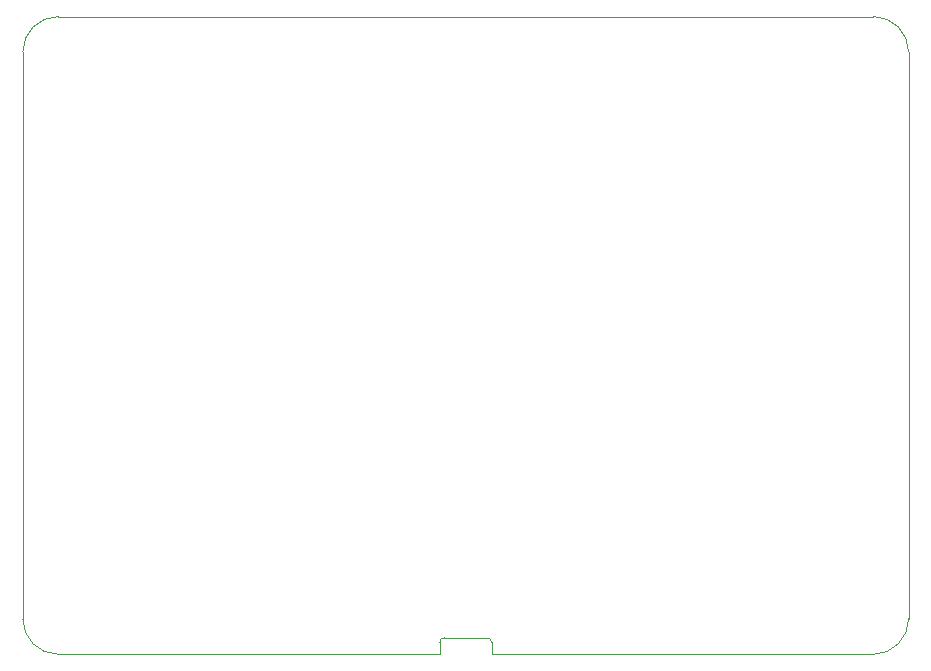
<source format=gbr>
%TF.GenerationSoftware,KiCad,Pcbnew,(6.0.9-0)*%
%TF.CreationDate,2024-03-23T13:07:17+01:00*%
%TF.ProjectId,io-board,696f2d62-6f61-4726-942e-6b696361645f,rev?*%
%TF.SameCoordinates,Original*%
%TF.FileFunction,Profile,NP*%
%FSLAX46Y46*%
G04 Gerber Fmt 4.6, Leading zero omitted, Abs format (unit mm)*
G04 Created by KiCad (PCBNEW (6.0.9-0)) date 2024-03-23 13:07:17*
%MOMM*%
%LPD*%
G01*
G04 APERTURE LIST*
%TA.AperFunction,Profile*%
%ADD10C,0.100000*%
%TD*%
%TA.AperFunction,Profile*%
%ADD11C,0.120000*%
%TD*%
G04 APERTURE END LIST*
D10*
X60000000Y-111000000D02*
G75*
G03*
X63000000Y-114000000I3000000J0D01*
G01*
X60000000Y-111000000D02*
X60000000Y-63000000D01*
X135000000Y-63000000D02*
G75*
G03*
X132000000Y-60000000I-3000000J0D01*
G01*
X104000000Y-114000000D02*
X132000000Y-114000000D01*
X63000000Y-60000000D02*
X132000000Y-60000000D01*
X132000000Y-114000000D02*
G75*
G03*
X135000000Y-111000000I0J3000000D01*
G01*
X91000000Y-114000000D02*
X63000000Y-114000000D01*
X63000000Y-60000000D02*
G75*
G03*
X60000000Y-63000000I0J-3000000D01*
G01*
X135000000Y-63000000D02*
X135000000Y-111000000D01*
D11*
%TO.C,J7*%
X99300000Y-112600000D02*
X95700000Y-112600000D01*
X99700000Y-113000000D02*
X99700000Y-114000000D01*
X95300000Y-113000000D02*
X95300000Y-114000000D01*
X95300000Y-114000000D02*
X91000000Y-114000000D01*
X99700000Y-114000000D02*
X104000000Y-114000000D01*
X99700000Y-113000000D02*
G75*
G03*
X99300000Y-112600000I-400000J0D01*
G01*
X95700000Y-112600000D02*
G75*
G03*
X95300000Y-113000000I2J-400002D01*
G01*
%TD*%
M02*

</source>
